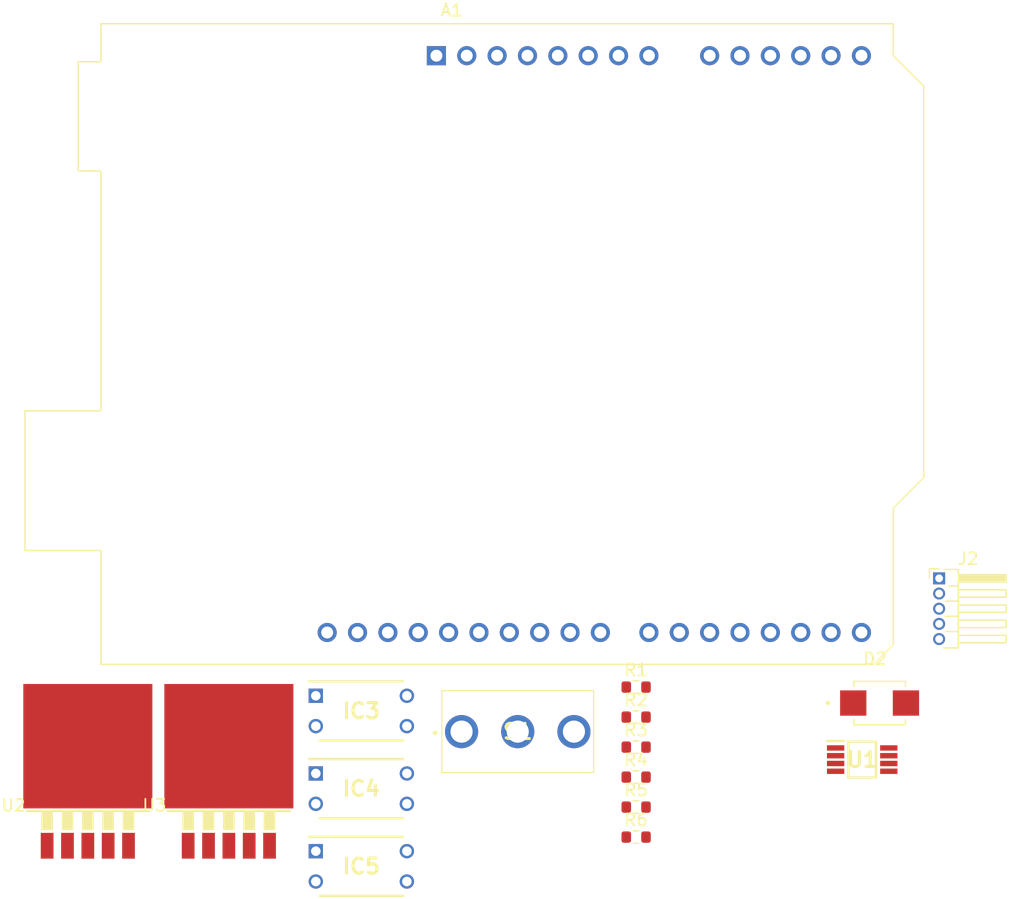
<source format=kicad_pcb>
(kicad_pcb (version 20241229) (generator "pcbnew") (generator_version "9.0")
  (layers (0 "F.Cu" signal) (2 "B.Cu" signal) (13 "F.Paste" user) (15 "B.Paste" user) (5 "F.SilkS" user "F.Silkscreen") (7 "B.SilkS" user "B.Silkscreen") (1 "F.Mask" user) (3 "B.Mask" user) (25 "Edge.Cuts" user))
  (net 0 "")
  (net 1 "PWR")
  (net 2 "GND")
  (net 3 "Net-(IC3-EMITTER)")
  (net 4 "Net-(IC3-CATHODE_ANODE)")
  (net 5 "5V")
  (net 6 "Net-(IC4-CATHODE_ANODE)")
  (net 7 "Net-(IC4-EMITTER)")
  (net 8 "Net-(IC5-CATHODE_ANODE)")
  (net 9 "Turbine")
  (net 10 "Net-(IC5-EMITTER)")
  (net 11 "RPM")
  (net 12 "6V")
  (net 13 "lin_act")
  (net 14 "9V")
  (net 15 "Net-(U2-Vin)")
  (net 16 "A4")
  (net 20 "Net-(D3-Pad3)")
  (footprint "footprints:TO263-5" (layer "F.Cu") (at 100.025 100.062)
    (property "Reference" "U2" (at -6.223 2.413 180) (layer "F.SilkS"))
    (property "Value" "YAAJ_DCDC_StepDown_LM2596")
    (fp_line (start 5.094 2.88) (end -5.094 2.88) (stroke (width 0.2032)) (layer "F.SilkS"))
    (fp_poly (pts (xy -3.8862 2.794) (xy -2.921 2.794) (xy -2.921 4.4704) (xy -3.8862 4.4704)) (stroke (width 0.01)) (fill yes) (layer "F.SilkS"))
    (fp_poly (pts (xy -2.1844 2.794) (xy -1.2192 2.794) (xy -1.2192 4.4704) (xy -2.1844 4.4704)) (stroke (width 0.01)) (fill yes) (layer "F.SilkS"))
    (fp_poly (pts (xy -0.4826 2.794) (xy 0.4826 2.794) (xy 0.4826 4.4704) (xy -0.4826 4.4704)) (stroke (width 0.01)) (fill yes) (layer "F.SilkS"))
    (fp_poly (pts (xy 1.2192 2.794) (xy 2.1844 2.794) (xy 2.1844 4.4704) (xy 1.2192 4.4704)) (stroke (width 0.01)) (fill yes) (layer "F.SilkS"))
    (fp_poly (pts (xy 2.921 2.794) (xy 3.8862 2.794) (xy 3.8862 4.4704) (xy 2.921 4.4704)) (stroke (width 0.01)) (fill yes) (layer "F.SilkS"))
    (pad "1" smd rect (at -3.4036 5.7912) (size 1.0668 2.159) (layers "F.Cu" "F.Mask" "F.Paste") (net 15 "Net-(U2-Vin)"))
    (pad "2" smd rect (at -1.7018 5.7912) (size 1.0668 2.159) (layers "F.Cu" "F.Mask" "F.Paste") (net 2 "GND"))
    (pad "3" smd rect (at 0 5.7912) (size 1.0668 2.159) (layers "F.Cu" "F.Mask" "F.Paste") (net 2 "GND"))
    (pad "4" smd rect (at 1.7018 5.7912) (size 1.0668 2.159) (layers "F.Cu" "F.Mask" "F.Paste") (net 12 "6V"))
    (pad "5" smd rect (at 3.4036 5.7912) (size 1.0668 2.159) (layers "F.Cu" "F.Mask" "F.Paste"))
    (pad "6" smd rect (at 0 -2.54) (size 10.8 10.41) (layers "F.Cu" "F.Mask" "F.Paste"))
  )
  (footprint "footprints:100SP1T1B4M2QE" (layer "F.Cu") (at 135.995 96.305)
    (property "Reference" "S1" (at 0 0 0) (layer "F.SilkS") (effects (font (size 1.27 1.27) (thickness 0.254))))
    (property "Value" "100SP1T1B4M2QE" (hide yes))
    (fp_line (start -6.9 0) (end -6.9 0) (stroke (width 0.2)) (layer "F.SilkS"))
    (fp_line (start -6.9 0.2) (end -6.9 0.2) (stroke (width 0.2)) (layer "F.SilkS"))
    (fp_line (start -6.35 -3.43) (end 6.35 -3.43) (stroke (width 0.1)) (layer "F.SilkS"))
    (fp_line (start -6.35 3.43) (end -6.35 -3.43) (stroke (width 0.1)) (layer "F.SilkS"))
    (fp_line (start 6.35 -3.43) (end 6.35 3.43) (stroke (width 0.1)) (layer "F.SilkS"))
    (fp_line (start 6.35 3.43) (end -6.35 3.43) (stroke (width 0.1)) (layer "F.SilkS"))
    (fp_arc (start -6.9 0) (mid -6.8 0.1) (end -6.9 0.2) (stroke (width 0.2)) (layer "F.SilkS"))
    (fp_arc (start -6.9 0.2) (mid -7 0.1) (end -6.9 0) (stroke (width 0.2)) (layer "F.SilkS"))
    (pad "1" thru_hole circle (at -4.7 0) (size 2.775 2.775) (drill 1.85) (layers "*.Cu" "*.Mask") (net 14 "9V"))
    (pad "2" thru_hole circle (at 0 0) (size 2.775 2.775) (drill 1.85) (layers "*.Cu" "*.Mask") (net 15 "Net-(U2-Vin)"))
    (pad "3" thru_hole circle (at 4.7 0) (size 2.775 2.775) (drill 1.85) (layers "*.Cu" "*.Mask") (net 1 "PWR"))
  )
  (footprint "Resistor_SMD:R_0603_1608Metric" (layer "F.Cu") (at 145.9 95.09)
    (property "Reference" "R2" (at 0 -1.43 0) (layer "F.SilkS"))
    (property "Value" "R")
    (fp_line (start -0.237258 -0.5225) (end 0.237258 -0.5225) (stroke (width 0.12)) (layer "F.SilkS"))
    (fp_line (start -0.237258 0.5225) (end 0.237258 0.5225) (stroke (width 0.12)) (layer "F.SilkS"))
    (pad "1" smd roundrect (at -0.825 0) (size 0.8 0.95) (layers "F.Cu" "F.Mask" "F.Paste") (net 6 "Net-(IC4-CATHODE_ANODE)"))
    (pad "2" smd roundrect (at 0.825 0) (size 0.8 0.95) (layers "F.Cu" "F.Mask" "F.Paste") (net 5 "5V"))
  )
  (footprint "Resistor_SMD:R_0603_1608Metric" (layer "F.Cu") (at 145.9 97.6)
    (property "Reference" "R3" (at 0 -1.43 0) (layer "F.SilkS"))
    (property "Value" "R")
    (fp_line (start -0.237258 -0.5225) (end 0.237258 -0.5225) (stroke (width 0.12)) (layer "F.SilkS"))
    (fp_line (start -0.237258 0.5225) (end 0.237258 0.5225) (stroke (width 0.12)) (layer "F.SilkS"))
    (pad "1" smd roundrect (at -0.825 0) (size 0.8 0.95) (layers "F.Cu" "F.Mask" "F.Paste") (net 7 "Net-(IC4-EMITTER)"))
    (pad "2" smd roundrect (at 0.825 0) (size 0.8 0.95) (layers "F.Cu" "F.Mask" "F.Paste") (net 11 "RPM"))
  )
  (footprint "Resistor_SMD:R_0603_1608Metric" (layer "F.Cu") (at 145.9 102.62)
    (property "Reference" "R5" (at 0 -1.43 0) (layer "F.SilkS"))
    (property "Value" "R")
    (fp_line (start -0.237258 -0.5225) (end 0.237258 -0.5225) (stroke (width 0.12)) (layer "F.SilkS"))
    (fp_line (start -0.237258 0.5225) (end 0.237258 0.5225) (stroke (width 0.12)) (layer "F.SilkS"))
    (pad "1" smd roundrect (at -0.825 0) (size 0.8 0.95) (layers "F.Cu" "F.Mask" "F.Paste") (net 8 "Net-(IC5-CATHODE_ANODE)"))
    (pad "2" smd roundrect (at 0.825 0) (size 0.8 0.95) (layers "F.Cu" "F.Mask" "F.Paste") (net 5 "5V"))
  )
  (footprint "footprints:DIP762W60P254L460H455Q4N" (layer "F.Cu") (at 122.91 101.075)
    (property "Reference" "IC4" (at 0 0 0) (layer "F.SilkS") (effects (font (size 1.27 1.27) (thickness 0.254))))
    (property "Value" "PS2565L-1-V-F3-A" (hide yes))
    (fp_line (start -4.41 -2.475) (end 3.5 -2.475) (stroke (width 0.2)) (layer "F.SilkS"))
    (fp_line (start -3.5 2.475) (end 3.5 2.475) (stroke (width 0.2)) (layer "F.SilkS"))
    (pad "1" thru_hole rect (at -3.81 -1.27) (size 1.2 1.2) (drill 0.8) (layers "*.Cu" "*.Mask") (net 2 "GND"))
    (pad "2" thru_hole circle (at -3.81 1.27) (size 1.2 1.2) (drill 0.8) (layers "*.Cu" "*.Mask") (net 6 "Net-(IC4-CATHODE_ANODE)"))
    (pad "3" thru_hole circle (at 3.81 1.27) (size 1.2 1.2) (drill 0.8) (layers "*.Cu" "*.Mask") (net 7 "Net-(IC4-EMITTER)"))
    (pad "4" thru_hole circle (at 3.81 -1.27) (size 1.2 1.2) (drill 0.8) (layers "*.Cu" "*.Mask") (net 5 "5V"))
  )
  (footprint "footprints:TO263-5" (layer "F.Cu") (at 111.825 100.062)
    (property "Reference" "U3" (at -6.223 2.413 180) (layer "F.SilkS"))
    (property "Value" "YAAJ_DCDC_StepDown_LM2596")
    (fp_line (start 5.094 2.88) (end -5.094 2.88) (stroke (width 0.2032)) (layer "F.SilkS"))
    (fp_poly (pts (xy -3.8862 2.794) (xy -2.921 2.794) (xy -2.921 4.4704) (xy -3.8862 4.4704)) (stroke (width 0.01)) (fill yes) (layer "F.SilkS"))
    (fp_poly (pts (xy -2.1844 2.794) (xy -1.2192 2.794) (xy -1.2192 4.4704) (xy -2.1844 4.4704)) (stroke (width 0.01)) (fill yes) (layer "F.SilkS"))
    (fp_poly (pts (xy -0.4826 2.794) (xy 0.4826 2.794) (xy 0.4826 4.4704) (xy -0.4826 4.4704)) (stroke (width 0.01)) (fill yes) (layer "F.SilkS"))
    (fp_poly (pts (xy 1.2192 2.794) (xy 2.1844 2.794) (xy 2.1844 4.4704) (xy 1.2192 4.4704)) (stroke (width 0.01)) (fill yes) (layer "F.SilkS"))
    (fp_poly (pts (xy 2.921 2.794) (xy 3.8862 2.794) (xy 3.8862 4.4704) (xy 2.921 4.4704)) (stroke (width 0.01)) (fill yes) (layer "F.SilkS"))
    (pad "1" smd rect (at -3.4036 5.7912) (size 1.0668 2.159) (layers "F.Cu" "F.Mask" "F.Paste") (net 15 "Net-(U2-Vin)"))
    (pad "2" smd rect (at -1.7018 5.7912) (size 1.0668 2.159) (layers "F.Cu" "F.Mask" "F.Paste") (net 2 "GND"))
    (pad "3" smd rect (at 0 5.7912) (size 1.0668 2.159) (layers "F.Cu" "F.Mask" "F.Paste") (net 2 "GND"))
    (pad "4" smd rect (at 1.7018 5.7912) (size 1.0668 2.159) (layers "F.Cu" "F.Mask" "F.Paste") (net 5 "5V"))
    (pad "5" smd rect (at 3.4036 5.7912) (size 1.0668 2.159) (layers "F.Cu" "F.Mask" "F.Paste"))
    (pad "6" smd rect (at 0 -2.54) (size 10.8 10.41) (layers "F.Cu" "F.Mask" "F.Paste"))
  )
  (footprint "footprints:DIOM4336X265N" (layer "F.Cu") (at 166.27 93.9125)
    (property "Reference" "D2" (at -0.38 -3.6975 0) (layer "F.SilkS"))
    (property "Value" "D_TVS")
    (fp_line (start -2.1625 -1.8125) (end -2.1625 -1.38) (stroke (width 0.127)) (layer "F.SilkS"))
    (fp_line (start -2.1625 1.8125) (end -2.1625 1.38) (stroke (width 0.127)) (layer "F.SilkS"))
    (fp_line (start -2.1625 1.8125) (end 2.1625 1.8125) (stroke (width 0.127)) (layer "F.SilkS"))
    (fp_line (start 2.1625 -1.8125) (end -2.1625 -1.8125) (stroke (width 0.127)) (layer "F.SilkS"))
    (fp_line (start 2.1625 -1.38) (end 2.1625 -1.8125) (stroke (width 0.127)) (layer "F.SilkS"))
    (fp_line (start 2.1625 1.8125) (end 2.1625 1.38) (stroke (width 0.127)) (layer "F.SilkS"))
    (fp_circle (center -4.305 0) (end -4.205 0) (stroke (width 0.2)) (fill no) (layer "F.SilkS"))
    (pad "1" smd rect (at -2.205 0) (size 2.2 2.12) (layers "F.Cu" "F.Mask" "F.Paste") (net 1 "PWR"))
    (pad "2" smd rect (at 2.205 0) (size 2.2 2.12) (layers "F.Cu" "F.Mask" "F.Paste") (net 2 "GND"))
  )
  (footprint "Module:Arduino_UNO_R3" (layer "F.Cu") (at 129.19 39.75)
    (property "Reference" "A1" (at 1.27 -3.81 180) (layer "F.SilkS"))
    (property "Value" "ARDUINO_UNO_REV3")
    (fp_line (start -34.42 29.72) (end -34.42 41.4) (stroke (width 0.12)) (layer "F.SilkS"))
    (fp_line (start -34.42 41.4) (end -28.07 41.4) (stroke (width 0.12)) (layer "F.SilkS"))
    (fp_line (start -29.97 0.51) (end -29.97 9.65) (stroke (width 0.12)) (layer "F.SilkS"))
    (fp_line (start -29.97 9.65) (end -28.07 9.65) (stroke (width 0.12)) (layer "F.SilkS"))
    (fp_line (start -28.07 -2.67) (end -28.07 0.51) (stroke (width 0.12)) (layer "F.SilkS"))
    (fp_line (start -28.07 0.51) (end -29.97 0.51) (stroke (width 0.12)) (layer "F.SilkS"))
    (fp_line (start -28.07 9.65) (end -28.07 29.72) (stroke (width 0.12)) (layer "F.SilkS"))
    (fp_line (start -28.07 29.72) (end -34.42 29.72) (stroke (width 0.12)) (layer "F.SilkS"))
    (fp_line (start -28.07 41.4) (end -28.07 50.93) (stroke (width 0.12)) (layer "F.SilkS"))
    (fp_line (start -28.07 50.93) (end 36.58 50.93) (stroke (width 0.12)) (layer "F.SilkS"))
    (fp_line (start 36.58 50.93) (end 38.23 49.28) (stroke (width 0.12)) (layer "F.SilkS"))
    (fp_line (start 38.23 -2.67) (end -28.07 -2.67) (stroke (width 0.12)) (layer "F.SilkS"))
    (fp_line (start 38.23 0) (end 38.23 -2.67) (stroke (width 0.12)) (layer "F.SilkS"))
    (fp_line (start 38.23 37.85) (end 40.77 35.31) (stroke (width 0.12)) (layer "F.SilkS"))
    (fp_line (start 38.23 49.28) (end 38.23 37.85) (stroke (width 0.12)) (layer "F.SilkS"))
    (fp_line (start 40.77 2.54) (end 38.23 0) (stroke (width 0.12)) (layer "F.SilkS"))
    (fp_line (start 40.77 35.31) (end 40.77 2.54) (stroke (width 0.12)) (layer "F.SilkS"))
    (pad "1" thru_hole rect (at 0 0 90) (size 1.6 1.6) (drill 1) (layers "*.Cu" "*.Mask"))
    (pad "2" thru_hole oval (at 2.54 0 90) (size 1.6 1.6) (drill 1) (layers "*.Cu" "*.Mask"))
    (pad "3" thru_hole oval (at 5.08 0 90) (size 1.6 1.6) (drill 1) (layers "*.Cu" "*.Mask"))
    (pad "4" thru_hole oval (at 7.62 0 90) (size 1.6 1.6) (drill 1) (layers "*.Cu" "*.Mask"))
    (pad "5" thru_hole oval (at 10.16 0 90) (size 1.6 1.6) (drill 1) (layers "*.Cu" "*.Mask"))
    (pad "6" thru_hole oval (at 12.7 0 90) (size 1.6 1.6) (drill 1) (layers "*.Cu" "*.Mask"))
    (pad "7" thru_hole oval (at 15.24 0 90) (size 1.6 1.6) (drill 1) (layers "*.Cu" "*.Mask"))
    (pad "8" thru_hole oval (at 17.78 0 90) (size 1.6 1.6) (drill 1) (layers "*.Cu" "*.Mask"))
    (pad "9" thru_hole oval (at 22.86 0 90) (size 1.6 1.6) (drill 1) (layers "*.Cu" "*.Mask"))
    (pad "10" thru_hole oval (at 25.4 0 90) (size 1.6 1.6) (drill 1) (layers "*.Cu" "*.Mask"))
    (pad "11" thru_hole oval (at 27.94 0 90) (size 1.6 1.6) (drill 1) (layers "*.Cu" "*.Mask"))
    (pad "12" thru_hole oval (at 30.48 0 90) (size 1.6 1.6) (drill 1) (layers "*.Cu" "*.Mask"))
    (pad "13" thru_hole oval (at 33.02 0 90) (size 1.6 1.6) (drill 1) (layers "*.Cu" "*.Mask"))
    (pad "14" thru_hole oval (at 35.56 0 90) (size 1.6 1.6) (drill 1) (layers "*.Cu" "*.Mask"))
    (pad "15" thru_hole oval (at 35.56 48.26 90) (size 1.6 1.6) (drill 1) (layers "*.Cu" "*.Mask"))
    (pad "16" thru_hole oval (at 33.02 48.26 90) (size 1.6 1.6) (drill 1) (layers "*.Cu" "*.Mask"))
    (pad "17" thru_hole oval (at 30.48 48.26 90) (size 1.6 1.6) (drill 1) (layers "*.Cu" "*.Mask"))
    (pad "18" thru_hole oval (at 27.94 48.26 90) (size 1.6 1.6) (drill 1) (layers "*.Cu" "*.Mask"))
    (pad "19" thru_hole oval (at 25.4 48.26 90) (size 1.6 1.6) (drill 1) (layers "*.Cu" "*.Mask"))
    (pad "20" thru_hole oval (at 22.86 48.26 90) (size 1.6 1.6) (drill 1) (layers "*.Cu" "*.Mask"))
    (pad "21" thru_hole oval (at 20.32 48.26 90) (size 1.6 1.6) (drill 1) (layers "*.Cu" "*.Mask"))
    (pad "22" thru_hole oval (at 17.78 48.26 90) (size 1.6 1.6) (drill 1) (layers "*.Cu" "*.Mask"))
    (pad "23" thru_hole oval (at 13.72 48.26 90) (size 1.6 1.6) (drill 1) (layers "*.Cu" "*.Mask"))
    (pad "24" thru_hole oval (at 11.18 48.26 90) (size 1.6 1.6) (drill 1) (layers "*.Cu" "*.Mask"))
    (pad "25" thru_hole oval (at 8.64 48.26 90) (size 1.6 1.6) (drill 1) (layers "*.Cu" "*.Mask"))
    (pad "26" thru_hole oval (at 6.1 48.26 90) (size 1.6 1.6) (drill 1) (layers "*.Cu" "*.Mask"))
    (pad "27" thru_hole oval (at 3.56 48.26 90) (size 1.6 1.6) (drill 1) (layers "*.Cu" "*.Mask"))
    (pad "28" thru_hole oval (at 1.02 48.26 90) (size 1.6 1.6) (drill 1) (layers "*.Cu" "*.Mask"))
    (pad "29" thru_hole oval (at -1.52 48.26 90) (size 1.6 1.6) (drill 1) (layers "*.Cu" "*.Mask"))
    (pad "30" thru_hole oval (at -4.06 48.26 90) (size 1.6 1.6) (drill 1) (layers "*.Cu" "*.Mask"))
    (pad "31" thru_hole oval (at -6.6 48.26 90) (size 1.6 1.6) (drill 1) (layers "*.Cu" "*.Mask"))
    (pad "32" thru_hole oval (at -9.14 48.26 90) (size 1.6 1.6) (drill 1) (layers "*.Cu" "*.Mask"))
  )
  (footprint "footprints:DIP762W60P254L460H455Q4N" (layer "F.Cu") (at 122.91 107.575)
    (property "Reference" "IC5" (at 0 0 0) (layer "F.SilkS") (effects (font (size 1.27 1.27) (thickness 0.254))))
    (property "Value" "PS2565L-1-V-F3-A" (hide yes))
    (fp_line (start -4.41 -2.475) (end 3.5 -2.475) (stroke (width 0.2)) (layer "F.SilkS"))
    (fp_line (start -3.5 2.475) (end 3.5 2.475) (stroke (width 0.2)) (layer "F.SilkS"))
    (pad "1" thru_hole rect (at -3.81 -1.27) (size 1.2 1.2) (drill 0.8) (layers "*.Cu" "*.Mask") (net 2 "GND"))
    (pad "2" thru_hole circle (at -3.81 1.27) (size 1.2 1.2) (drill 0.8) (layers "*.Cu" "*.Mask") (net 8 "Net-(IC5-CATHODE_ANODE)"))
    (pad "3" thru_hole circle (at 3.81 1.27) (size 1.2 1.2) (drill 0.8) (layers "*.Cu" "*.Mask") (net 10 "Net-(IC5-EMITTER)"))
    (pad "4" thru_hole circle (at 3.81 -1.27) (size 1.2 1.2) (drill 0.8) (layers "*.Cu" "*.Mask") (net 9 "Turbine"))
  )
  (footprint "footprints:DIP762W60P254L460H455Q4N" (layer "F.Cu") (at 122.91 94.575)
    (property "Reference" "IC3" (at 0 0 0) (layer "F.SilkS") (effects (font (size 1.27 1.27) (thickness 0.254))))
    (property "Value" "PS2565L-1-V-F3-A" (hide yes))
    (fp_line (start -4.41 -2.475) (end 3.5 -2.475) (stroke (width 0.2)) (layer "F.SilkS"))
    (fp_line (start -3.5 2.475) (end 3.5 2.475) (stroke (width 0.2)) (layer "F.SilkS"))
    (pad "1" thru_hole rect (at -3.81 -1.27) (size 1.2 1.2) (drill 0.8) (layers "*.Cu" "*.Mask") (net 2 "GND"))
    (pad "2" thru_hole circle (at -3.81 1.27) (size 1.2 1.2) (drill 0.8) (layers "*.Cu" "*.Mask") (net 4 "Net-(IC3-CATHODE_ANODE)"))
    (pad "3" thru_hole circle (at 3.81 1.27) (size 1.2 1.2) (drill 0.8) (layers "*.Cu" "*.Mask") (net 3 "Net-(IC3-EMITTER)"))
    (pad "4" thru_hole circle (at 3.81 -1.27) (size 1.2 1.2) (drill 0.8) (layers "*.Cu" "*.Mask") (net 5 "5V"))
  )
  (footprint "Resistor_SMD:R_0603_1608Metric" (layer "F.Cu") (at 145.9 105.13)
    (property "Reference" "R6" (at 0 -1.43 0) (layer "F.SilkS"))
    (property "Value" "R")
    (fp_line (start -0.237258 -0.5225) (end 0.237258 -0.5225) (stroke (width 0.12)) (layer "F.SilkS"))
    (fp_line (start -0.237258 0.5225) (end 0.237258 0.5225) (stroke (width 0.12)) (layer "F.SilkS"))
    (pad "1" smd roundrect (at -0.825 0) (size 0.8 0.95) (layers "F.Cu" "F.Mask" "F.Paste") (net 10 "Net-(IC5-EMITTER)"))
    (pad "2" smd roundrect (at 0.825 0) (size 0.8 0.95) (layers "F.Cu" "F.Mask" "F.Paste") (net 1 "PWR"))
  )
  (footprint "Resistor_SMD:R_0603_1608Metric" (layer "F.Cu") (at 145.9 92.58)
    (property "Reference" "R1" (at 0 -1.43 0) (layer "F.SilkS"))
    (property "Value" "R")
    (fp_line (start -0.237258 -0.5225) (end 0.237258 -0.5225) (stroke (width 0.12)) (layer "F.SilkS"))
    (fp_line (start -0.237258 0.5225) (end 0.237258 0.5225) (stroke (width 0.12)) (layer "F.SilkS"))
    (pad "1" smd roundrect (at -0.825 0) (size 0.8 0.95) (layers "F.Cu" "F.Mask" "F.Paste") (net 4 "Net-(IC3-CATHODE_ANODE)"))
    (pad "2" smd roundrect (at 0.825 0) (size 0.8 0.95) (layers "F.Cu" "F.Mask" "F.Paste") (net 5 "5V"))
  )
  (footprint "wsg_fp:SOP65P490X110-8N" (layer "F.Cu") (at 164.815 98.645)
    (property "Reference" "U1" (at 0 0 0) (layer "F.SilkS") (effects (font (size 1.27 1.27) (thickness 0.254))))
    (property "Value" "INA260AIPWR" (hide yes))
    (fp_line (start -2.95 -1.55) (end -1.5 -1.55) (stroke (width 0.2)) (layer "F.SilkS"))
    (fp_line (start -1.15 -1.5) (end 1.15 -1.5) (stroke (width 0.2)) (layer "F.SilkS"))
    (fp_line (start -1.15 1.5) (end -1.15 -1.5) (stroke (width 0.2)) (layer "F.SilkS"))
    (fp_line (start 1.15 -1.5) (end 1.15 1.5) (stroke (width 0.2)) (layer "F.SilkS"))
    (fp_line (start 1.15 1.5) (end -1.15 1.5) (stroke (width 0.2)) (layer "F.SilkS"))
    (pad "1" smd rect (at -2.225 -0.975 90) (size 0.45 1.45) (layers "F.Cu" "F.Mask" "F.Paste") (net 20 "Net-(D3-Pad3)"))
    (pad "2" smd rect (at -2.225 -0.325 90) (size 0.45 1.45) (layers "F.Cu" "F.Mask" "F.Paste") (net 20 "Net-(D3-Pad3)"))
    (pad "3" smd rect (at -2.225 0.325 90) (size 0.45 1.45) (layers "F.Cu" "F.Mask" "F.Paste") (net 20 "Net-(D3-Pad3)"))
    (pad "4" smd rect (at -2.225 0.975 90) (size 0.45 1.45) (layers "F.Cu" "F.Mask" "F.Paste"))
    (pad "5" smd rect (at 2.225 0.975 90) (size 0.45 1.45) (layers "F.Cu" "F.Mask" "F.Paste"))
    (pad "6" smd rect (at 2.225 0.325 90) (size 0.45 1.45) (layers "F.Cu" "F.Mask" "F.Paste") (net 2 "GND"))
    (pad "7" smd rect (at 2.225 -0.325 90) (size 0.45 1.45) (layers "F.Cu" "F.Mask" "F.Paste"))
    (pad "8" smd rect (at 2.225 -0.975 90) (size 0.45 1.45) (layers "F.Cu" "F.Mask" "F.Paste") (net 16 "A4"))
  )
  (footprint "Resistor_SMD:R_0603_1608Metric" (layer "F.Cu") (at 145.9 100.11)
    (property "Reference" "R4" (at 0 -1.43 0) (layer "F.SilkS"))
    (property "Value" "R")
    (fp_line (start -0.237258 -0.5225) (end 0.237258 -0.5225) (stroke (width 0.12)) (layer "F.SilkS"))
    (fp_line (start -0.237258 0.5225) (end 0.237258 0.5225) (stroke (width 0.12)) (layer "F.SilkS"))
    (pad "1" smd roundrect (at -0.825 0) (size 0.8 0.95) (layers "F.Cu" "F.Mask" "F.Paste") (net 3 "Net-(IC3-EMITTER)"))
    (pad "2" smd roundrect (at 0.825 0) (size 0.8 0.95) (layers "F.Cu" "F.Mask" "F.Paste") (net 13 "lin_act"))
  )
  (footprint "Connector_PinHeader_1.27mm:PinHeader_1x05_P1.27mm_Horizontal" (layer "F.Cu") (at 171.25 83.48)
    (property "Reference" "J2" (at 2.4325 -1.635 0) (layer "F.SilkS"))
    (property "Value" "Conn_01x05")
    (fp_line (start -0.81 -0.81) (end 0 -0.81) (stroke (width 0.12)) (layer "F.SilkS"))
    (fp_line (start -0.81 0) (end -0.81 -0.81) (stroke (width 0.12)) (layer "F.SilkS"))
    (fp_line (start 0.39 -0.745) (end 1.61 -0.745) (stroke (width 0.12)) (layer "F.SilkS"))
    (fp_line (start 0.502867 1.905) (end 1.61 1.905) (stroke (width 0.12)) (layer "F.SilkS"))
    (fp_line (start 0.502867 3.175) (end 1.61 3.175) (stroke (width 0.12)) (layer "F.SilkS"))
    (fp_line (start 0.502867 4.445) (end 1.61 4.445) (stroke (width 0.12)) (layer "F.SilkS"))
    (fp_line (start 0.81 0.635) (end 1.61 0.635) (stroke (width 0.12)) (layer "F.SilkS"))
    (fp_line (start 1.61 -0.745) (end 1.61 5.825) (stroke (width 0.12)) (layer "F.SilkS"))
    (fp_line (start 1.61 0.96) (end 5.61 0.96) (stroke (width 0.12)) (layer "F.SilkS"))
    (fp_line (start 1.61 2.23) (end 5.61 2.23) (stroke (width 0.12)) (layer "F.SilkS"))
    (fp_line (start 1.61 3.5) (end 5.61 3.5) (stroke (width 0.12)) (layer "F.SilkS"))
    (fp_line (start 1.61 4.77) (end 5.61 4.77) (stroke (width 0.12)) (layer "F.SilkS"))
    (fp_line (start 1.61 5.825) (end 0.39 5.825) (stroke (width 0.12)) (layer "F.SilkS"))
    (fp_line (start 5.61 0.96) (end 5.61 1.58) (stroke (width 0.12)) (layer "F.SilkS"))
    (fp_line (start 5.61 1.58) (end 1.61 1.58) (stroke (width 0.12)) (layer "F.SilkS"))
    (fp_line (start 5.61 2.23) (end 5.61 2.85) (stroke (width 0.12)) (layer "F.SilkS"))
    (fp_line (start 5.61 2.85) (end 1.61 2.85) (stroke (width 0.12)) (layer "F.SilkS"))
    (fp_line (start 5.61 3.5) (end 5.61 4.12) (stroke (width 0.12)) (layer "F.SilkS"))
    (fp_line (start 5.61 4.12) (end 1.61 4.12) (stroke (width 0.12)) (layer "F.SilkS"))
    (fp_line (start 5.61 4.77) (end 5.61 5.39) (stroke (width 0.12)) (layer "F.SilkS"))
    (fp_line (start 5.61 5.39) (end 1.61 5.39) (stroke (width 0.12)) (layer "F.SilkS"))
    (fp_rect (start 1.61 -0.31) (end 5.61 0.31) (stroke (width 0.12)) (fill yes) (layer "F.SilkS"))
    (pad "1" thru_hole rect (at 0 0) (size 1 1) (drill 0.65) (layers "*.Cu" "*.Mask") (net 2 "GND"))
    (pad "2" thru_hole circle (at 0 1.27) (size 1 1) (drill 0.65) (layers "*.Cu" "*.Mask") (net 12 "6V"))
    (pad "3" thru_hole circle (at 0 2.54) (size 1 1) (drill 0.65) (layers "*.Cu" "*.Mask") (net 5 "5V"))
    (pad "4" thru_hole circle (at 0 3.81) (size 1 1) (drill 0.65) (layers "*.Cu" "*.Mask") (net 13 "lin_act"))
    (pad "5" thru_hole circle (at 0 5.08) (size 1 1) (drill 0.65) (layers "*.Cu" "*.Mask"))
  )
)
</source>
